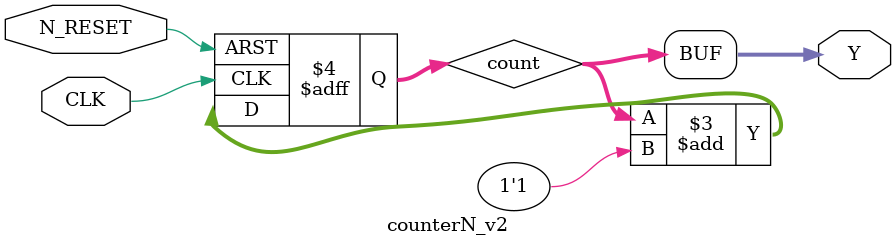
<source format=sv>
module counterN_v2 #(parameter N=8) (output logic [N-1:0] Y, input logic CLK, input logic N_RESET);

logic [N-1:0] count;

//Connect output to internal register count
assign Y = count;

always_ff @(posedge CLK, negedge N_RESET) begin
	if (N_RESET == 0) 
		count <= 0;
	else
		count <= count + 1'd1;
end

endmodule
</source>
